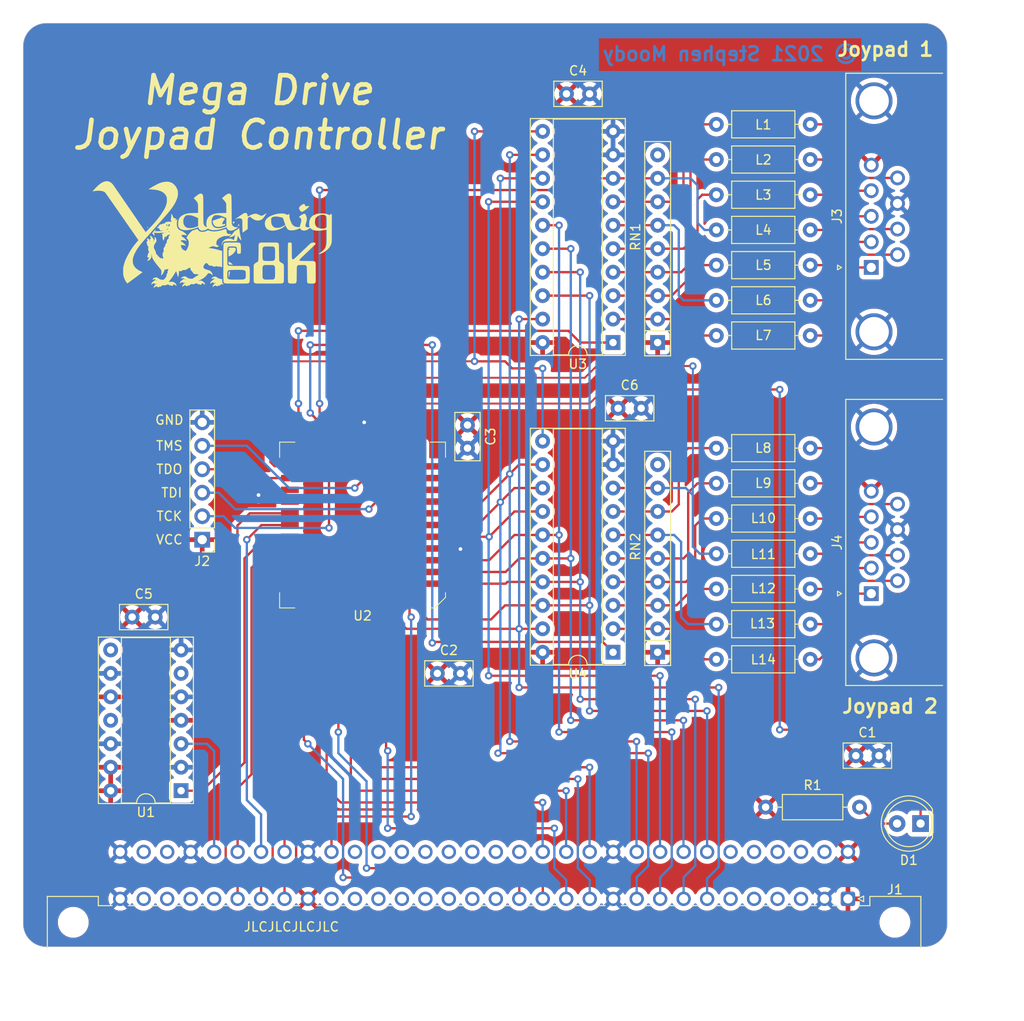
<source format=kicad_pcb>
(kicad_pcb (version 20221018) (generator pcbnew)
  (layers (0 "F.Cu" signal) (31 "B.Cu" signal) (34 "B.Paste" user) (35 "F.Paste" user) (36 "B.SilkS" user "B.Silkscreen") (37 "F.SilkS" user "F.Silkscreen") (38 "B.Mask" user) (39 "F.Mask" user) (44 "Edge.Cuts" user))
  (net 0 "")
  (net 1 "GND")
  (net 2 "+5V")
  (net 3 "Net-(D1-Pad2)")
  (net 4 "/LED")
  (net 5 "Net-(J1-PadC31)")
  (net 6 "Net-(J1-PadC30)")
  (net 7 "/~{DTACK}")
  (net 8 "/~{CS_DATA}")
  (net 9 "/~{RESET}")
  (net 10 "/~{UDS}")
  (net 11 "/CPU_CLK")
  (net 12 "Net-(J1-PadC22)")
  (net 13 "Net-(J1-PadC21)")
  (net 14 "Net-(J1-PadC20)")
  (net 15 "Net-(J1-PadC19)")
  (net 16 "Net-(J1-PadC18)")
  (net 17 "Net-(J1-PadC17)")
  (net 18 "Net-(J1-PadC16)")
  (net 19 "Net-(J1-PadC15)")
  (net 20 "/A6")
  (net 21 "/A4")
  (net 22 "/A2")
  (net 23 "/D7")
  (net 24 "/D5")
  (net 25 "/D3")
  (net 26 "/D1")
  (net 27 "Net-(J1-PadC6)")
  (net 28 "Net-(J1-PadC5)")
  (net 29 "Net-(J1-PadC4)")
  (net 30 "Net-(J1-PadC3)")
  (net 31 "Net-(J1-PadC2)")
  (net 32 "Net-(J1-PadA31)")
  (net 33 "Net-(J1-PadA30)")
  (net 34 "Net-(J1-PadA29)")
  (net 35 "Net-(J1-PadA28)")
  (net 36 "/~{CS_REG}")
  (net 37 "/R~{W}")
  (net 38 "/~{LDS}")
  (net 39 "Net-(J1-PadA23)")
  (net 40 "Net-(J1-PadA22)")
  (net 41 "Net-(J1-PadA21)")
  (net 42 "Net-(J1-PadA20)")
  (net 43 "Net-(J1-PadA19)")
  (net 44 "Net-(J1-PadA18)")
  (net 45 "Net-(J1-PadA17)")
  (net 46 "Net-(J1-PadA16)")
  (net 47 "/A7")
  (net 48 "/A5")
  (net 49 "/A3")
  (net 50 "/A1")
  (net 51 "/D6")
  (net 52 "/D4")
  (net 53 "/D2")
  (net 54 "/D0")
  (net 55 "Net-(J1-PadA6)")
  (net 56 "Net-(J1-PadA5)")
  (net 57 "Net-(J1-PadA4)")
  (net 58 "Net-(J1-PadA3)")
  (net 59 "Net-(J2-Pad5)")
  (net 60 "Net-(J2-Pad4)")
  (net 61 "Net-(J2-Pad3)")
  (net 62 "Net-(J2-Pad2)")
  (net 63 "Net-(J3-Pad9)")
  (net 64 "Net-(J3-Pad7)")
  (net 65 "Net-(J3-Pad6)")
  (net 66 "Net-(J3-Pad4)")
  (net 67 "Net-(J3-Pad3)")
  (net 68 "Net-(J3-Pad2)")
  (net 69 "Net-(J3-Pad1)")
  (net 70 "Net-(J4-Pad9)")
  (net 71 "Net-(J4-Pad7)")
  (net 72 "Net-(J4-Pad6)")
  (net 73 "Net-(J4-Pad4)")
  (net 74 "Net-(J4-Pad3)")
  (net 75 "Net-(J4-Pad2)")
  (net 76 "Net-(J4-Pad1)")
  (net 77 "Net-(L2-Pad1)")
  (net 78 "Net-(L3-Pad1)")
  (net 79 "Net-(L5-Pad1)")
  (net 80 "/JOY1SEL")
  (net 81 "Net-(L7-Pad1)")
  (net 82 "Net-(L8-Pad1)")
  (net 83 "Net-(L9-Pad1)")
  (net 84 "Net-(L12-Pad1)")
  (net 85 "Net-(L14-Pad1)")
  (net 86 "/JOY2SEL")
  (net 87 "Net-(RN1-Pad9)")
  (net 88 "Net-(RN2-Pad9)")
  (net 89 "/DATA_CLK")
  (net 90 "/~{JOY1OE}")
  (net 91 "/~{JOY2OE}")
  (net 92 "Net-(J1-PadC28)")
  (net 93 "Net-(L1-Pad1)")
  (net 94 "Net-(L6-Pad1)")
  (net 95 "Net-(L10-Pad1)")
  (net 96 "Net-(L13-Pad1)")
  (net 97 "Net-(U1-Pad6)")
  (net 98 "Net-(U1-Pad11)")
  (net 99 "Net-(U1-Pad8)")
  (net 100 "Net-(U2-Pad24)")
  (net 101 "Net-(U2-Pad22)")
  (net 102 "Net-(U2-Pad20)")
  (net 103 "Net-(U2-Pad18)")
  (net 104 "Net-(U2-Pad14)")
  (footprint "Capacitor_THT:C_Disc_D5.0mm_W2.5mm_P2.50mm" (layer "F.Cu") (at 158.79 57.658)
    (fp_text reference "C4")
    (fp_text value "100nF")
  )
  (footprint "Capacitor_THT:C_Disc_D5.0mm_W2.5mm_P2.50mm" (layer "F.Cu") (at 111.8 114.3)
    (fp_text reference "C5")
    (fp_text value "100nF")
  )
  (footprint "Capacitor_THT:C_Disc_D5.0mm_W2.5mm_P2.50mm" (layer "F.Cu") (at 164.378 91.694)
    (fp_text reference "C6")
    (fp_text value "100nF")
  )
  (footprint "Connector_Dsub:DSUB-9_Male_Horizontal_P2.77x2.84mm_EdgePinOffset4.94mm_Housed_MountingHolesOffset7.48mm" (layer "F.Cu") (at 191.77 76.454 90)
    (fp_text reference "J3")
    (fp_text value "Joystick 1")
  )
  (footprint "Connector_Dsub:DSUB-9_Male_Horizontal_P2.77x2.84mm_EdgePinOffset4.94mm_Housed_MountingHolesOffset7.48mm" (layer "F.Cu") (at 191.77 111.76 90)
    (fp_text reference "J4")
    (fp_text value "Joystick 2")
  )
  (footprint "Inductor_THT:L_Axial_L6.6mm_D2.7mm_P10.16mm_Horizontal_Vishay_IM-2" (layer "F.Cu") (at 175.006 64.77)
    (fp_text reference "L2")
    (fp_text value "1uH")
  )
  (footprint "Inductor_THT:L_Axial_L6.6mm_D2.7mm_P10.16mm_Horizontal_Vishay_IM-2" (layer "F.Cu") (at 175.006 72.39)
    (fp_text reference "L4")
    (fp_text value "1uH")
  )
  (footprint "Inductor_THT:L_Axial_L6.6mm_D2.7mm_P10.16mm_Horizontal_Vishay_IM-2" (layer "F.Cu") (at 175.006 76.2)
    (fp_text reference "L5")
    (fp_text value "1uH")
  )
  (footprint "Inductor_THT:L_Axial_L6.6mm_D2.7mm_P10.16mm_Horizontal_Vishay_IM-2" (layer "F.Cu") (at 175.006 83.82)
    (fp_text reference "L7")
    (fp_text value "1uH")
  )
  (footprint "Inductor_THT:L_Axial_L6.6mm_D2.7mm_P10.16mm_Horizontal_Vishay_IM-2" (layer "F.Cu") (at 175.006 96.012)
    (fp_text reference "L8")
    (fp_text value "1uH")
  )
  (footprint "Inductor_THT:L_Axial_L6.6mm_D2.7mm_P10.16mm_Horizontal_Vishay_IM-2" (layer "F.Cu") (at 175.006 99.822)
    (fp_text reference "L9")
    (fp_text value "1uH")
  )
  (footprint "Inductor_THT:L_Axial_L6.6mm_D2.7mm_P10.16mm_Horizontal_Vishay_IM-2" (layer "F.Cu") (at 175.006 103.632)
    (fp_text reference "L10")
    (fp_text value "1uH")
  )
  (footprint "Inductor_THT:L_Axial_L6.6mm_D2.7mm_P10.16mm_Horizontal_Vishay_IM-2" (layer "F.Cu") (at 175.006 107.442)
    (fp_text reference "L11")
    (fp_text value "1uH")
  )
  (footprint "Inductor_THT:L_Axial_L6.6mm_D2.7mm_P10.16mm_Horizontal_Vishay_IM-2" (layer "F.Cu") (at 175.006 111.252)
    (fp_text reference "L12")
    (fp_text value "1uH")
  )
  (footprint "Inductor_THT:L_Axial_L6.6mm_D2.7mm_P10.16mm_Horizontal_Vishay_IM-2" (layer "F.Cu") (at 175.006 115.062)
    (fp_text reference "L13")
    (fp_text value "1uH")
  )
  (footprint "Inductor_THT:L_Axial_L6.6mm_D2.7mm_P10.16mm_Horizontal_Vishay_IM-2" (layer "F.Cu") (at 175.006 118.872)
    (fp_text reference "L14")
    (fp_text value "1uH")
  )
  (footprint "Resistor_THT:R_Array_SIP9" (layer "F.Cu") (at 168.656 84.582 90)
    (fp_text reference "RN1")
    (fp_text value "10K")
  )
  (footprint "Resistor_THT:R_Array_SIP9" (layer "F.Cu") (at 168.656 118.11 90)
    (fp_text reference "RN2")
    (fp_text value "10K")
  )
  (footprint "Package_DIP:DIP-20_W7.62mm_Socket" (layer "F.Cu") (at 163.83 84.582 180)
    (fp_text reference "U3")
    (fp_text value "74LS574")
  )
  (footprint "Package_DIP:DIP-20_W7.62mm_Socket" (layer "F.Cu") (at 163.83 118.11 180)
    (fp_text reference "U4")
    (fp_text value "74LS574")
  )
  (footprint "Resistor_THT:R_Axial_DIN0207_L6.3mm_D2.5mm_P10.16mm_Horizontal" (layer "F.Cu") (at 180.34 134.874)
    (fp_text reference "R1")
    (fp_text value "330R")
  )
  (footprint "Package_LCC:PLCC-44" (layer "F.Cu") (at 136.73 104.334 180)
    (fp_text reference "U2")
    (fp_text value "XC9536PC44")
  )
  (footprint "Connector_PinHeader_2.54mm:PinHeader_1x06_P2.54mm_Vertical" (layer "F.Cu") (at 119.38 105.918 180)
    (fp_text reference "J2")
    (fp_text value "JTAG")
  )
  (footprint "Capacitor_THT:C_Disc_D5.0mm_W2.5mm_P2.50mm" (layer "F.Cu") (at 148.082 93.512 -90)
    (fp_text reference "C3")
    (fp_text value "100nF")
  )
  (footprint "Capacitor_THT:C_Disc_D5.0mm_W2.5mm_P2.50mm" (layer "F.Cu") (at 144.82 120.396)
    (fp_text reference "C2")
    (fp_text value "100nF")
  )
  (footprint "Capacitor_THT:C_Disc_D5.0mm_W2.5mm_P2.50mm" (layer "F.Cu") (at 190.1 129.3)
    (fp_text reference "C1")
    (fp_text value "100nF")
  )
  (footprint "LED_THT:LED_D5.0mm" (layer "F.Cu") (at 197.104 136.652 180)
    (fp_text reference "D1")
    (fp_text value "LED")
  )
  (footprint "Ddraig:DIN41612_C_2x32_Male_Horizontal_THT" (layer "F.Cu") (at 189.248 144.8 180)
    (fp_text reference "J1")
    (fp_text value "D68K_64PIN_BOARD")
  )
  (footprint "Package_DIP:DIP-14_W7.62mm_Socket" (layer "F.Cu") (at 117.094 133.096 180)
    (fp_text reference "U1")
    (fp_text value "74LS125")
  )
  (footprint "Inductor_THT:L_Axial_L6.6mm_D2.7mm_P10.16mm_Horizontal_Vishay_IM-2" (layer "F.Cu") (at 175.006 60.96)
    (fp_text reference "L1")
    (fp_text value "1uH")
  )
  (footprint "Ddraig:Ddraig68k-26mm" (layer "F.Cu") (at 120.65 72.644)
    (fp_text reference "G***" hide)
    (fp_text value "LOGO" hide)
  )
  (footprint "Inductor_THT:L_Axial_L6.6mm_D2.7mm_P10.16mm_Horizontal_Vishay_IM-2" (layer "F.Cu") (at 175.006 80.01)
    (fp_text reference "L6")
    (fp_text value "1uH")
  )
  (footprint "Inductor_THT:L_Axial_L6.6mm_D2.7mm_P10.16mm_Horizontal_Vishay_IM-2" (layer "F.Cu") (at 175.006 68.58)
    (fp_text reference "L3")
    (fp_text value "1uH")
  )
  (gr_line (start 197.5 50) (end 102.5 50) (stroke (width 0.05)) (layer "Edge.Cuts"))
  (gr_line (start 100 52.5) (end 100 147.5) (stroke (width 0.05)) (layer "Edge.Cuts"))
  (gr_line (start 102.5 150) (end 197.5 150) (stroke (width 0.05)) (layer "Edge.Cuts"))
  (gr_line (start 200 147.5) (end 200 52.5) (stroke (width 0.05)) (layer "Edge.Cuts"))
  (gr_arc (start 200 147.5) (mid 199.267767 149.267767) (end 197.5 150) (stroke (width 0.05)) (layer "Edge.Cuts"))
  (gr_arc (start 100 52.5) (mid 100.732233 50.732233) (end 102.5 50) (stroke (width 0.05)) (layer "Edge.Cuts"))
  (gr_arc (start 102.5 150) (mid 100.732233 149.267767) (end 100 147.5) (stroke (width 0.05)) (layer "Edge.Cuts"))
  (gr_arc (start 197.5 50) (mid 199.267767 50.732233) (end 200 52.5) (stroke (width 0.05)) (layer "Edge.Cuts"))
  (gr_text "© 2021 Stephen Moody" (at 176.53 53.34) (layer "B.Cu") (effects (font (size 1.5 1.5) (thickness 0.3)) (justify mirror)))
  (gr_text "Mega Drive\nJoypad Controller" (at 125.476 59.69) (layer "F.SilkS") (effects (font (size 3 3) (thickness 0.5) italic)))
  (gr_text "TCK" (at 115.824 103.378) (layer "F.SilkS") (effects (font (size 1 1))))
  (gr_text "TDO" (at 115.824 98.298) (layer "F.SilkS") (effects (font (size 1 1))))
  (gr_text "TDI" (at 116.078 100.838) (layer "F.SilkS") (effects (font (size 1 1))))
  (gr_text "GND" (at 115.824 92.964) (layer "F.SilkS") (effects (font (size 1 1))))
  (gr_text "VCC" (at 115.824 105.918) (layer "F.SilkS") (effects (font (size 1 1))))
  (gr_text "TMS" (at 115.824 95.758) (layer "F.SilkS") (effects (font (size 1 1))))
  (gr_text "Joypad 2" (at 193.802 123.952) (layer "F.SilkS") (effects (font (size 1.5 1.5) (thickness 0.3))))
  (gr_text "Joypad 1" (at 193.294 52.832) (layer "F.SilkS") (effects (font (size 1.5 1.5) (thickness 0.3))))
  (gr_text "JLCJLCJLCJLC" (at 129.032 147.828) (layer "F.SilkS") (effects (font (size 1 1))))
  (segment (start 136.73 96.4715) (end 136.73 93.394) (width 0.4) (layer "F.Cu") (net 1))
  (segment (start 126.044 100.524) (end 125.476 101.092) (width 0.4) (layer "F.Cu") (net 1))
  (segment (start 147.26 106.874) (end 147.32 106.934) (width 0.4) (layer "F.Cu") (net 1))
  (segment (start 128.8675 100.524) (end 126.044 100.524) (width 0.4) (layer "F.Cu") (net 1))
  (segment (start 144.5925 106.874) (end 147.26 106.874) (width 0.4) (layer "F.Cu") (net 1))
  (segment (start 136.73 93.394) (end 136.906 93.218) (width 0.4) (layer "F.Cu") (net 1))
  (via (at 147.32 106.934) (size 0.8) (drill 0.4) (layers "F.Cu" "B.Cu") (net 1))
  (via (at 125.476 101.092) (size 0.8) (drill 0.4) (layers "F.Cu" "B.Cu") (net 1))
  (via (at 136.906 93.218) (size 0.8) (drill 0.4) (layers "F.Cu" "B.Cu") (net 1))
  (segment (start 192.278 136.652) (end 194.564 136.652) (width 0.25) (layer "F.Cu") (net 3))
  (segment (start 190.5 134.874) (end 192.278 136.652) (width 0.25) (layer "F.Cu") (net 3))
  (segment (start 162.052 90.424) (end 162.813996 89.662004) (width 0.21) (layer "F.Cu") (net 4))
  (segment (start 161.29 91.186) (end 142.904 91.186) (width 0.21) (layer "F.Cu") (net 4))
  (segment (start 162.813996 89.662004) (end 181.864 89.662004) (width 0.25) (layer "F.Cu") (net 4))
  (segment (start 142.904 91.186) (end 141.81 92.28) (width 0.21) (layer "F.Cu") (net 4))
  (segment (start 197.104 128.524) (end 197.104 136.652) (width 0.25) (layer "F.Cu") (net 4))
  (segment (start 195.072 126.492) (end 197.104 128.524) (width 0.25) (layer "F.Cu") (net 4))
  (segment (start 181.864 126.492) (end 195.072 126.492) (width 0.25) (layer "F.Cu") (net 4))
  (segment (start 162.052 90.424) (end 161.29 91.186) (width 0.21) (layer "F.Cu") (net 4))
  (segment (start 141.81 96.4715) (end 141.81 92.28) (width 0.25) (layer "F.Cu") (net 4))
  (via (at 181.864 89.662004) (size 0.8) (drill 0.4) (layers "F.Cu" "B.Cu") (net 4))
  (via (at 181.864 126.492) (size 0.8) (drill 0.4) (layers "F.Cu" "B.Cu") (net 4))
  (segment (start 181.864 126.492) (end 181.864 89.662004) (width 0.25) (layer "B.Cu") (net 4))
  (segment (start 128.8675 103.064) (end 124.52 103.064) (width 0.25) (layer "F.Cu") (net 7))
  (segment (start 119.38 133.096) (end 117.094 133.096) (width 0.25) (layer "F.Cu") (net 7))
  (segment (start 123.19 129.286) (end 119.38 133.096) (width 0.25) (layer "F.Cu") (net 7))
  (segment (start 123.19 104.394) (end 123.19 129.286) (width 0.25) (layer "F.Cu") (net 7))
  (segment (start 124.52 103.064) (end 123.19 104.394) (width 0.25) (layer "F.Cu") (net 7))
  (segment (start 126.806 106.874) (end 124.714 108.966) (width 0.25) (layer "F.Cu") (net 8))
  (segment (start 128.8675 106.874) (end 126.806 106.874) (width 0.25) (layer "F.Cu") (net 8))
  (segment (start 123.208 132.824) (end 123.208 139.72) (width 0.25) (layer "F.Cu") (net 8))
  (segment (start 124.714 131.318) (end 123.208 132.824) (width 0.25) (layer "F.Cu") (net 8))
  (segment (start 124.714 108.966) (end 124.714 131.318) (width 0.25) (layer "F.Cu") (net 8))
  (segment (start 128.8675 104.334) (end 125.79 104.334) (width 0.25) (layer "F.Cu") (net 9))
  (segment (start 125.79 104.334) (end 124.206 105.918) (width 0.25) (layer "F.Cu") (net 9))
  (via (at 124.206 105.918) (size 0.8) (drill 0.4) (layers "F.Cu" "B.Cu") (net 9))
  (segment (start 125.748 139.72) (end 125.748 135.654) (width 0.25) (layer "B.Cu") (net 9))
  (segment (start 124.206 134.112) (end 124.206 105.918) (width 0.25) (layer "B.Cu") (net 9))
  (segment (start 125.748 135.654) (end 124.206 134.112) (width 0.25) (layer "B.Cu") (net 9))
  (segment (start 127.314 109.414) (end 128.8675 109.414) (width 0.25) (layer "F.Cu") (net 10))
  (segment (start 128.288 139.72) (end 128.288 132.352) (width 0.25) (layer "F.Cu") (net 10))
  (segment (start 126.238 110.49) (end 127.314 109.414) (width 0.25) (layer "F.Cu") (net 10))
  (segment (start 126.238 130.302) (end 126.238 110.49) (width 0.25) (layer "F.Cu") (net 10))
  (segment (start 128.288 132.352) (end 126.238 130.302) (width 0.25) (layer "F.Cu") (net 10))
  (segment (start 141.81 114.124) (end 141.986 114.3) (width 0.25) (layer "F.Cu") (net 11))
  (segment (start 133.604 135.89) (end 133.368 136.126) (width 0.25) (layer "F.Cu") (net 11))
  (segment (start 133.368 136.126) (end 133.368 139.72) (width 0.25) (layer "F.Cu") (net 11))
  (segment (start 141.81 112.1965) (end 141.81 114.124) (width 0.25) (layer "F.Cu") (net 11))
  (segment (start 141.986 135.89) (end 133.604 135.89) (width 0.25) (layer "F.Cu") (net 11))
  (via (at 141.986 135.89) (size 0.8) (drill 0.4) (layers "F.Cu" "B.Cu") (net 11))
  (via (at 141.986 114.3) (size 0.8) (drill 0.4) (layers "F.Cu" "B.Cu") (net 11))
  (segment (start 141.986 114.3) (end 141.986 135.89) (width 0.25) (layer "B.Cu") (net 11))
  (segment (start 132.842 132.842) (end 134.366 134.366) (width 0.25) (layer "F.Cu") (net 20))
  (segment (start 132.842 113.487) (end 132.842 132.842) (width 0.25) (layer "F.Cu") (net 20))
  (segment (start 132.92 113.409) (end 132.842 113.487) (width 0.25) (layer "F.Cu") (net 20))
  (segment (start 132.92 112.1965) (end 132.92 113.409) (width 0.25) (layer "F.Cu") (net 20))
  (segment (start 134.366 134.366) (end 156.21 134.366) (width 0.25) (layer "F.Cu") (net 20))
  (via (at 156.21 134.366) (size 0.8) (drill 0.4) (layers "F.Cu" "B.Cu") (net 20))
  (segment (start 156.21 139.702) (end 156.228 139.72) (width 0.25) (layer "B.Cu") (net 20))
  (segment (start 156.21 134.366) (end 156.21 139.702) (width 0.25) (layer "B.Cu") (net 20))
  (segment (start 135.89 133.096) (end 158.75 133.096) (width 0.25) (layer "F.Cu") (net 21))
  (segment (start 135.46 112.1965) (end 135.46 132.666) (width 0.25) (layer "F.Cu") (net 21))
  (segment (start 135.46 132.666) (end 135.89 133.096) (width 0.25) (layer "F.Cu") (net 21))
  (via (at 158.75 133.096) (size 0.8) (drill 0.4) (layers "F.Cu" "B.Cu") (net 21))
  (segment (start 158.75 133.096) (end 158.75 139.702) (width 0.25) (layer "B.Cu") (net 21))
  (segment (start 158.75 139.702) (end 158.768 139.72) (width 0.25) (layer "B.Cu") (net 21))
  (segment (start 138 130.126) (end 138.43 130.556) (width 0.25) (layer "F.Cu") (net 22))
  (segment (start 138 112.1965) (end 138 130.126) (width 0.25) (layer "F.Cu") (net 22))
  (segment (start 138.43 130.556) (end 161.29 130.556) (width 0.25) (layer "F.Cu") (net 22))
  (via (at 161.29 130.556) (size 0.8) (drill 0.4) (layers "F.Cu" "B.Cu") (net 22))
  (segment (start 161.29 130.556) (end 161.29 139.702) (width 0.25) (layer "B.Cu") (net 22))
  (segment (start 161.29 139.702) (end 161.308 139.72) (width 0.25) (layer "B.Cu") (net 22))
  (segment (start 152.654 98.806) (end 153.67 97.79) (width 0.25) (layer "F.Cu") (net 23))
  (segment (start 148.396 103.064) (end 152.654 98.806) (width 0.25) (layer "F.Cu") (net 23))
  (segment (start 156.21 97.79) (end 154.432 97.79) (width 0.25) (layer "F.Cu") (net 23))
  (segment (start 144.5925 103.064) (end 148.396 103.064) (width 0.25) (layer "F.Cu") (net 23))
  (segment (start 152.654 64.262) (end 154.94 64.262) (width 0.25) (layer "F.Cu") (net 23))
  (segment (start 166.37 127.762) (end 152.654 127.762) (width 0.25) (layer "F.Cu") (net 23))
  (segment (start 153.67 97.79) (end 154.432 97.79) (width 0.25) (layer "F.Cu") (net 23))
  (segment (start 154.94 64.262) (end 156.21 64.262) (width 0.25) (layer "F.Cu") (net 23))
  (via (at 152.654 64.262) (size 0.8) (drill 0.4) (layers "F.Cu" "B.Cu") (net 23))
  (via (at 166.37 127.762) (size 0.8) (drill 0.4) (layers "F.Cu" "B.Cu") (net 23))
  (via (at 152.654 98.806) (size 0.8) (drill 0.4) (layers "F.Cu" "B.Cu") (net 23))
  (via (at 152.654 127.762) (size 0.8) (drill 0.4) (layers "F.Cu" "B.Cu") (net 23))
  (segment (start 166.37 139.702) (end 166.388 139.72) (width 0.25) (layer "B.Cu") (net 23))
  (segment (start 152.654 99.822) (end 152.654 64.262) (width 0.25) (layer "B.Cu") (net 23))
  (segment (start 152.654 99.822) (end 152.654 98.806) (width 0.25) (layer "B.Cu") (net 23))
  (segment (start 152.654 99.822) (end 152.654 127.762) (width 0.25) (layer "B.Cu") (net 23))
  (segment (start 166.37 127.762) (end 166.37 139.702) (width 0.25) (layer "B.Cu") (net 23))
  (segment (start 150.368 120.65) (end 168.91 120.65) (width 0.25) (layer "F.Cu") (net 24))
  (segment (start 151.384 104.648) (end 153.162 102.87) (width 0.25) (layer "F.Cu") (net 24))
  (segment (start 153.162 102.87) (end 156.21 102.87) (width 0.25) (layer "F.Cu") (net 24))
  (segment (start 150.428 105.604) (end 151.384 104.648) (width 0.25) (layer "F.Cu") (net 24))
  (segment (start 144.5925 105.604) (end 150.428 105.604) (width 0.25) (layer "F.Cu") (net 24))
  (segment (start 156.21 69.342) (end 152.146 69.342) (width 0.25) (layer "F.Cu") (net 24))
  (segment (start 150.368 69.342) (end 152.146 69.342) (width 0.25) (layer "F.Cu") (net 24))
  (via (at 168.91 120.65) (size 0.8) (drill 0.4) (layers "F.Cu" "B.Cu") (net 24))
  (via (at 150.428 105.604) (size 0.8) (drill 0.4) (layers "F.Cu" "B.Cu") (net 24))
  (via (at 150.368 120.65) (size 0.8) (drill 0.4) (layers "F.Cu" "B.Cu") (net 24))
  (via (at 150.368 69.342) (size 0.8) (drill 0.4) (layers "F.Cu" "B.Cu") (net 24))
  (segment (start 150.368 111.252) (end 150.368 106.172) (width 0.25) (layer "B.Cu") (net 24))
  (segment (start 168.91 139.702) (end 168.928 139.72) (width 0.25) (layer "B.Cu") (net 24))
  (segment (start 150.368 105.664) (end 150.428 105.604) (width 0.25) (layer "B.Cu") (net 24))
  (segment (start 150.368 106.172) (end 150.368 105.664) (width 0.25) (layer "B.Cu") (net 24))
  (segment (start 150.368 111.252) (end 150.368 120.65) (width 0.25) (layer "B.Cu") (net 24))
  (segment (start 150.368 106.172) (end 150.368 69.342) (width 0.25) (layer "B.Cu") (net 24))
  (segment (start 168.91 120.65) (end 168.91 139.702) (width 0.25) (layer "B.Cu") (net 24))
  (segment (start 156.21 74.422) (end 159.258 74.422) (width 0.25) (layer "F.Cu") (net 25))
  (segment (start 159.258 107.95) (end 156.21 107.95) (width 0.25) (layer "F.Cu") (net 25))
  (segment (start 152.206 109.414) (end 153.67 107.95) (width 0.25) (layer "F.Cu") (net 25))
  (segment (start 153.67 107.95) (end 156.21 107.95) (width 0.25) (layer "F.Cu") (net 25))
  (segment (start 159.258 125.476) (end 171.45 125.476) (width 0.25) (layer "F.Cu") (net 25))
  (segment (start 144.5925 109.414) (end 152.206 109.414) (width 0.25) (layer "F.Cu") (net 25))
  (via (at 159.258 74.422) (size 0.8) (drill 0.4) (layers "F.Cu" "B.Cu") (net 25))
  (via (at 171.45 125.476) (size 0.8) (drill 0.4) (layers "F.Cu" "B.Cu") (net 25))
  (via (at 159.258 125.476) (size 0.8) (drill 0.4) (layers "F.Cu" "B.Cu") (net 25))
  (via (at 159.258 107.95) (size 0.8) (drill 0.4) (layers "F.Cu" "B.Cu") (net 25))
  (segment (start 159.258 106.172) (end 159.258 125.476) (width 0.25) (layer "B.Cu") (net 25))
  (segment (start 159.258 74.422) (end 159.258 106.172) (width 0.25) (layer "B.Cu") (net 25))
  (segment (start 171.45 125.476) (end 171.45 139.702) (width 0.25) (layer "B.Cu") (net 25))
  (segment (start 171.45 139.702) (end 171.468 139.72) (width 0.25) (layer "B.Cu") (net 25))
  (segment (start 159.258 106.172) (end 159.258 107.95) (width 0.25) (layer "B.Cu") (net 25))
  (segment (start 143.08 112.1965) (end 143.08 113.87) (width 0.25) (layer "F.Cu") (net 26))
  (segment (start 143.08 113.87) (end 143.764 114.554) (width 0.25) (layer "F.Cu") (net 26))
  (segment (start 143.764 114.554) (end 150.622 114.554) (width 0.25) (layer "F.Cu") (net 26))
  (segment (start 161.289998 124.46) (end 173.99 124.46) (width 0.25) (layer "F.Cu") (net 26))
  (segment (start 150.622 114.554) (end 152.146 113.03) (width 0.25) (layer "F.Cu") (net 26))
  (segment (start 161.29 113.03) (end 156.21 113.03) (width 0.25) (layer "F.Cu") (net 26))
  (segment (start 152.146 113.03) (end 156.21 113.03) (width 0.25) (layer "F.Cu") (net 26))
  (segment (start 156.21 79.502) (end 161.29 79.502) (width 0.25) (layer "F.Cu") (net 26))
  (via (at 161.289998 124.46) (size 0.8) (drill 0.4) (layers "F.Cu" "B.Cu") (net 26))
  (via (at 161.29 79.502) (size 0.8) (drill 0.4) (layers "F.Cu" "B.Cu") (net 26))
  (via (at 173.99 124.46) (size 0.8) (drill 0.4) (layers "F.Cu" "B.Cu") (net 26))
  (via (at 161.29 113.03) (size 0.8) (drill 0.4) (layers "F.Cu" "B.Cu") (net 26))
  (segment (start 161.29 113.03) (end 161.29 124.460002) (width 0.25) (layer "B.Cu") (net 26))
  (segment (start 174.008 139.72) (end 174.008 124.478) (width 0.25) (layer "B.Cu") (net 26))
  (segment (start 161.29 79.502) (end 161.29 113.03) (width 0.25) (layer "B.Cu") (net 26))
  (segment (start 161.29 124.460002) (end 161.289998 124.46) (width 0.25) (layer "B.Cu") (net 26))
  (segment (start 174.008 124.478) (end 173.99 124.46) (width 0.25) (layer "B.Cu") (net 26))
  (segment (start 121.92 141.224) (end 123.208 142.512) (width 0.25) (layer "F.Cu") (net 36))
  (segment (start 123.208 142.512) (end 123.208 144.8) (width 0.25) (layer "F.Cu") (net 36))
  (segment (start 123.952 130.048) (end 121.92 132.08) (width 0.25) (layer "F.Cu") (net 36))
  (segment (start 128.8675 105.604) (end 126.298 105.604) (width 0.25) (layer "F.Cu") (net 36))
  (segment (start 123.952 107.95) (end 123.952 130.048) (width 0.25) (layer "F.Cu") (net 36))
  (segment (start 126.298 105.604) (end 123.952 107.95) (width 0.25) (layer "F.Cu") (net 36))
  (segment (start 121.92 132.08) (end 121.92 141.224) (width 0.25) (layer "F.Cu") (net 36))
  (segment (start 127 132.588) (end 127 141.224) (width 0.25) (layer "F.Cu") (net 37))
  (segment (start 127 141.224) (end 125.748 142.476) (width 0.25) (layer "F.Cu") (net 37))
  (segment (start 125.748 142.476) (end 125.748 144.8) (width 0.25) (layer "F.Cu") (net 37))
  (segment (start 128.8675 108.144) (end 127.06 108.144) (width 0.25) (layer "F.Cu") (net 37))
  (segment (start 125.476 131.064) (end 127 132.588) (width 0.25) (layer "F.Cu") (net 37))
  (segment (start 125.476 109.728) (end 125.476 131.064) (width 0.25) (layer "F.Cu") (net 37))
  (segment (start 127.06 108.144) (end 125.476 109.728) (width 0.25) (layer "F.Cu") (net 37))
  (segment (start 128.288 142.476) (end 128.288 144.8) (width 0.25) (layer "F.Cu") (net 38))
  (segment (start 129.54 132.08) (end 129.54 141.224) (width 0.25) (layer "F.Cu") (net 38))
  (segment (start 128.8675 110.684) (end 127.568 110.684) (width 0.25) (layer "F.Cu") (net 38))
  (segment (start 127.568 110.684) (end 127 111.252) (width 0.25) (layer "F.Cu") (net 38))
  (segment (start 127 111.252) (end 127 129.54) (width 0.25) (layer "F.Cu") (net 38))
  (segment (start 129.54 141.224) (end 128.288 142.476) (width 0.25) (layer "F.Cu") (net 38))
  (segment (start 127 129.54) (end 129.54 132.08) (width 0.25) (layer "F.Cu") (net 38))
  (segment (start 153.688 143.274) (end 152.908 142.494) (width 0.25) (layer "F.Cu") (net 47))
  (segment (start 130.81 128.016) (end 130.38 127.586) (width 0.25) (layer "F.Cu") (net 47))
  (segment (start 130.38 127.586) (end 130.38 112.1965) (width 0.25) (layer "F.Cu") (net 47))
  (segment (start 152.908 142.494) (end 134.62 142.494) (width 0.25) (layer "F.Cu") (net 47))
  (segment (start 153.688 144.8) (end 153.688 143.274) (width 0.25) (layer "F.Cu") (net 47))
  (via (at 134.62 142.494) (size 0.8) (drill 0.4) (layers "F.Cu" "B.Cu") (net 47))
  (via (at 130.81 128.016) (size 0.8) (drill 0.4) (layers "F.Cu" "B.Cu") (net 47))
  (segment (start 134.62 142.494) (end 134.62 131.826) (width 0.25) (layer "B.Cu") (net 47))
  (segment (start 134.62 131.826) (end 130.81 128.016) (width 0.25) (layer "B.Cu") (net 47))
  (segment (start 156.228 144.8) (end 156.228 143.02) (width 0.25) (layer "F.Cu") (net 48))
  (segment (start 134.19 118.032) (end 134.112 118.11) (width 0.25) (layer "F.Cu") (net 48))
  (segment (start 154.94 141.732) (end 138.43 141.732) (width 0.25) (layer "F.Cu") (net 48))
  (segment (start 138.176 141.478) (end 137.16 141.478) (width 0.25) (layer "F.Cu") (net 48))
  (segment (start 134.19 112.1965) (end 134.19 118.032) (width 0.25) (layer "F.Cu") (net 48))
  (segment (start 134.112 118.11) (end 134.112 117.856) (width 0.25) (layer "F.Cu") (net 48))
  (segment (start 134.112 126.746) (end 134.112 118.11) (width 0.25) (layer "F.Cu") (net 48))
  (segment (start 138.43 141.732) (end 138.176 141.478) (width 0.25) (layer "F.Cu") (net 48))
  (segment (start 156.228 143.02) (end 154.94 141.732) (width 0.25) (layer "F.Cu") (net 48))
  (via (at 134.112 126.746) (size 0.8) (drill 0.4) (layers "F.Cu" "B.Cu") (net 48))
  (via (at 137.16 141.478) (size 0.8) (drill 0.4) (layers "F.Cu" "B.Cu") (net 48))
  (segment (start 134.112 129.032) (end 134.112 126.746) (width 0.25) (layer "B.Cu") (net 48))
  (segment (start 137.16 132.08) (end 134.112 129.032) (width 0.25) (layer "B.Cu") (net 48))
  (segment (start 137.16 141.478) (end 137.16 132.08) (width 0.25) (layer "B.Cu") (net 48))
  (segment (start 139.446 137.16) (end 157.48 137.16) (width 0.25) (layer "F.Cu") (net 49))
  (segment (start 139.27 112.1965) (end 139.27 128.602) (width 0.25) (layer "F.Cu") (net 49))
  (segment (start 139.27 128.602) (end 139.446 128.778) (width 0.25) (layer "F.Cu") (net 49))
  (via (at 139.446 137.16) (size 0.8) (drill 0.4) (layers "F.Cu" "B.Cu") (net 49))
  (via (at 157.48 137.16) (size 0.8) (drill 0.4) (layers "F.Cu" "B.Cu") (net 49))
  (via (at 139.446 128.778) (size 0.8) (drill 0.4) (layers "F.Cu" "B.Cu") (net 49))
  (segment (start 157.48 137.16) (end 157.48 141.478) (width 0.25) (layer "B.Cu") (net 49))
  (segment (start 139.446 128.778) (end 139.446 137.16) (width 0.25) (layer "B.Cu") (net 49))
  (segment (start 158.768 142.766) (end 158.768 144.8) (width 0.25) (layer "B.Cu") (net 49))
  (segment (start 157.48 141.478) (end 158.768 142.766) (width 0.25) (layer "B.Cu") (net 49))
  (segment (start 136.73 130.634) (end 137.922 131.826) (width 0.25) (layer "F.Cu") (net 50))
  (segment (start 136.73 112.1965) (end 136.73 130.634) (width 0.25) (layer "F.Cu") (net 50))
  (segment (start 137.922 131.826) (end 160.02 131.826) (width 0.25) (layer "F.Cu") (net 50))
  (via (at 160.02 131.826) (size 0.8) (drill 0.4) (layers "F.Cu" "B.Cu") (net 50))
  (segment (start 161.308 143.274) (end 161.308 144.8) (width 0.25) (layer "B.Cu") (net 50))
  (segment (start 161.308 143.274) (end 161.308 142.766) (width 0.25) (layer "B.Cu") (net 50))
  (segment (start 160.02 141.478) (end 160.02 131.826) (width 0.25) (layer "B.Cu") (net 50))
  (segment (start 161.308 142.766) (end 160.02 141.478) (width 0.25) (layer "B.Cu") (net 50))
  (segment (start 151.384 129.032) (end 167.64 129.032) (width 0.25) (layer "F.Cu") (net 51))
  (segment (start 149.158 104.334) (end 151.638 101.854) (width 0.25) (layer "F.Cu") (net 51))
  (segment (start 153.162 100.33) (end 156.21 100.33) (width 0.25) (layer "F.Cu") (net 51))
  (segment (start 151.638 66.802) (end 153.67 66.802) (width 0.25) (layer "F.Cu") (net 51))
  (segment (start 144.5925 104.334) (end 149.158 104.334) (width 0.25) (layer "F.Cu") (net 51))
  (segment (start 152.908 100.584) (end 153.162 100.33) (width 0.25) (layer "F.Cu") (net 51))
  (segment (start 151.638 101.854) (end 152.908 100.584) (width 0.25) (layer "F.Cu") (net 51))
  (segment (start 156.21 66.802) (end 153.67 66.802) (width 0.25) (layer "F.Cu") (net 51))
  (via (at 151.384 129.032) (size 0.8) (drill 0.4) (layers "F.Cu" "B.Cu") (net 51))
  (via (at 151.638 66.802) (size 0.8) (drill 0.4) (layers "F.Cu" "B.Cu") (net 51))
  (via (at 167.64 129.032) (size 0.8) (drill 0.4) (layers "F.Cu" "B.Cu") (net 51))
  (via (at 151.638 101.854) (size 0.8) (drill 0.4) (layers "F.Cu" "B.Cu") (net 51))
  (segment (start 151.638 102.616) (end 151.638 66.802) (width 0.25) (layer "B.Cu") (net 51))
  (segment (start 151.638 112.268) (end 151.638 128.778) (width 0.25) (layer "B.Cu") (net 51))
  (segment (start 167.64 141.224) (end 167.64 129.032) (width 0.25) (layer "B.Cu") (net 51))
  (segment (start 151.638 112.268) (end 151.638 102.616) (width 0.25) (layer "B.Cu") (net 51))
  (segment (start 166.388 144.8) (end 166.388 142.476) (width 0.25) (layer "B.Cu") (net 51))
  (segment (start 166.388 142.476) (end 167.64 141.224) (width 0.25) (layer "B.Cu") (net 51))
  (segment (start 151.638 102.616) (end 151.638 101.854) (width 0.25) (layer "B.Cu") (net 51))
  (segment (start 151.638 128.778) (end 151.384 129.032) (width 0.25) (layer "B.Cu") (net 51))
  (segment (start 157.988 126.746) (end 170.18 126.746) (width 0.25) (layer "F.Cu") (net 52))
  (segment (start 150.428 108.144) (end 153.162 105.41) (width 0.25) (layer "F.Cu") (net 52))
  (segment (start 144.5925 108.144) (end 150.428 108.144) (width 0.25) (layer "F.Cu") (net 52))
  (segment (start 156.21 105.41) (end 157.988 105.41) (width 0.25) (layer "F.Cu") (net 52))
  (segment (start 157.988 71.882) (end 156.21 71.882) (width 0.25) (layer "F.Cu") (net 52))
  (segment (start 153.162 105.41) (end 156.21 105.41) (width 0.25) (layer "F.Cu") (net 52))
  (via (at 157.988 126.746) (size 0.8) (drill 0.4) (layers "F.Cu" "B.Cu") (net 52))
  (via (at 170.18 126.746) (size 0.8) (drill 0.4) (layers "F.Cu" "B.Cu") (net 52))
  (via (at 157.988 105.41) (size 0.8) (drill 0.4) (layers "F.Cu" "B.Cu") (net 52))
  (via (at 157.988 71.882) (size 0.8) (drill 0.4) (layers "F.Cu" "B.Cu") (net 52))
  (segment (start 157.988 105.41) (end 157.988 71.882) (width 0.25) (layer "B.Cu") (net 52))
  (segment (start 157.988 105.41) (end 157.988 126.746) (width 0.25) (layer "B.Cu") (net 52))
  (segment (start 168.928 142.476) (end 170.18 141.224) (width 0.25) (layer "B.Cu") (net 52))
  (segment (start 170.18 141.224) (end 170.18 126.746) (width 0.25) (layer "B.Cu") (net 52))
  (segment (start 168.928 144.8) (end 168.928 142.476) (width 0.25) (layer "B.Cu") (net 52))
  (segment (start 144.5925 110.684) (end 152.206 110.684) (width 0.25) (layer "F.Cu") (net 53))
  (segment (start 160.274004 123.19) (end 172.719994 123.19) (width 0.25) (layer "F.Cu") (net 53))
  (segment (start 156.21 110.49) (end 160.274 110.49) (width 0.25) (layer "F.Cu") (net 53))
  (segment (start 160.274 76.962) (end 156.21 76.962) (width 0.25) (layer "F.Cu") (net 53))
  (segment (start 152.206 110.684) (end 152.4 110.49) (width 0.25) (layer "F.Cu") (net 53))
  (segment (start 152.4 110.49) (end 156.21 110.49) (width 0.25) (layer "F.Cu") (net 53))
  (via (at 160.274 110.49) (size 0.8) (drill 0.4) (layers "F.Cu" "B.Cu") (net 53))
  (via (at 172.719994 123.19) (size 0.8) (drill 0.4) (layers "F.Cu" "B.Cu") (net 53))
  (via (at 160.274004 123.19) (size 0.8) (drill 0.4) (layers "F.Cu" "B.Cu") (net 53))
  (via (at 160.274 76.962) (size 0.8) (drill 0.4) (layers "F.Cu" "B.Cu") (net 53))
  (segment (start 172.719994 141.224006) (end 172.719994 123.19) (width 0.25) (layer "B.Cu") (net 53))
  (segment (start 160.274 123.189996) (end 160.274004 123.19) (width 0.25) (layer "B.Cu") (net 53))
  (segment (start 171.468 144.8) (end 171.468 142.476) (width 0.25) (layer "B.Cu") (net 53))
  (segment (start 160.274 109.982) (end 160.274 123.189996) (width 0.25) (layer "B.Cu") (net 53))
  (segment (start 171.468 142.476) (end 172.719994 141.224006) (width 0.25) (layer "B.Cu") (net 53))
  (segment (start 160.274 110.49) (end 160.274 109.982) (width 0.25) (layer "B.Cu") (net 53))
  (segment (start 160.274 109.982) (end 160.274 76.962) (width 0.25) (layer "B.Cu") (net 53))
  (segment (start 153.67 115.57) (end 156.21 115.57) (width 0.25) (layer "F.Cu") (net 54))
  (segment (start 153.67 121.919996) (end 175.259996 121.919996) (width 0.25) (layer "F.Cu") (net 54))
  (segment (start 175.259996 121.919996) (end 175.26 121.92) (width 0.25) (layer "F.Cu") (net 54))
  (segment (start 152.654 115.57) (end 153.67 115.57) (width 0.25) (layer "F.Cu") (net 54))
  (segment (start 140.54 114.632) (end 141.478 115.57) (width 0.25) (layer "F.Cu") (net 54))
  (segment (start 141.478 115.57) (end 152.654 115.57) (width 0.25) (layer "F.Cu") (net 54))
  (segment (start 140.54 112.1965) (end 140.54 114.632) (width 0.25) (layer "F.Cu") (net 54))
  (segment (start 153.67 82.042) (end 156.21 82.042) (width 0.25) (layer "F.Cu") (net 54))
  (via (at 153.67 115.57) (size 0.8) (drill 0.4) (layers "F.Cu" "B.Cu") (net 54))
  (via (at 153.67 121.919996) (size 0.8) (drill 0.4) (layers "F.Cu" "B.Cu") (net 54))
  (via (at 175.26 121.92) (size 0.8) (drill 0.4) (layers "F.Cu" "B.Cu") (net 54))
  (via (at 153.67 82.042) (size 0.8) (drill 0.4) (layers "F.Cu" "B.Cu") (net 54))
  (segment (start 153.67 116.332) (end 153.67 82.042) (width 0.25) (layer "B.Cu") (net 54))
  (segment (start 153.67 121.919996) (end 153.67 116.332) (width 0.25) (layer "B.Cu") (net 54))
  (segment (start 153.67 116.332) (end 153.67 115.57) (width 0.25) (layer "B.Cu") (net 54))
  (segment (start 175.26 121.92) (end 175.26 141.351) (width 0.25) (layer "B.Cu") (net 54))
  (segment (start 175.26 141.351) (end 174.008 142.603) (width 0.25) (layer "B.Cu") (net 54))
  (segment (start 174.008 142.603) (end 174.008 144.8) (width 0.25) (layer "B.Cu") (net 54))
  (segment (start 136.966006 99.254) (end 135.89 100.330006) (width 0.25) (layer "F.Cu") (net 59))
  (segment (start 144.5925 99.254) (end 136.966006 99.254) (width 0.25) (layer "F.Cu") (net 59))
  (via (at 135.89 100.330006) (size 0.8) (drill 0.4) (layers "F.Cu" "B.Cu") (net 59))
  (segment (start 124.206 95.758) (end 128.778006 100.330006) (width 0.25) (layer "B.Cu") (net 59))
  (segment (start 128.778006 100.330006) (end 135.89 100.330006) (width 0.25) (layer "B.Cu") (net 59))
  (segment (start 119.38 95.758) (end 124.206 95.758) (width 0.25) (layer "B.Cu") (net 59))
  (segment (start 128.8675 99.254) (end 123.892 99.254) (width 0.25) (layer "F.Cu") (net 60))
  (segment (start 123.892 99.254) (end 122.936 98.298) (width 0.25) (layer "F.Cu") (net 60))
  (segment (start 122.936 98.298) (end 119.38 98.298) (width 0.25) (layer "F.Cu") (net 60))
  (segment (start 139.506 100.524) (end 137.414 102.616) (width 0.25) (layer "F.Cu") (net 61))
  (segment (start 144.5925 100.524) (end 139.506 100.524) (width 0.25) (layer "F.Cu") (net 61))
  (via (at 137.414 102.616) (size 0.8) (drill 0.4) (layers "F.Cu" "B.Cu") (net 61))
  (segment (start 121.158 100.838) (end 119.38 100.838) (width 0.25) (layer "B.Cu") (net 61))
  (segment (start 137.414 102.616) (end 122.936 102.616) (width 0.25) (layer "B.Cu") (net 61))
  (segment (start 122.936 102.616) (end 121.158 100.838) (width 0.25) (layer "B.Cu") (net 61))
  (segment (start 144.5925 97.984) (end 133.664 97.984) (width 0.25) (layer "F.Cu") (net 62))
  (segment (start 133.096 98.552) (end 133.096 104.648) (width 0.25) (layer "F.Cu") (net 62))
  (segment (start 133.664 97.984) (end 133.096 98.552) (width 0.25) (layer "F.Cu") (net 62))
  (via (at 133.096 104.648) (size 0.8) (drill 0.4) (layers "F.Cu" "B.Cu") (net 62))
  (segment (start 122.936 104.648) (end 121.666 103.378) (width 0.25) (layer "B.Cu") (net 62))
  (segment (start 133.096 104.648) (end 122.936 104.648) (width 0.25) (layer "B.Cu") (net 62))
  (segment (start 121.666 103.378) (end 119.38 103.378) (width 0.25) (layer "B.Cu") (net 62))
  (segment (start 185.928 60.96) (end 185.166 60.96) (width 0.25) (layer "F.Cu") (net 63))
  (segment (start 190.203 66.759) (end 187.452 64.008) (width 0.25) (layer "F.Cu") (net 63))
  (segment (start 187.452 61.214) (end 187.198 60.96) (width 0.25) (layer "F.Cu") (net 63))
  (segment (start 187.198 60.96) (end 185.166 60.96) (width 0.25) (layer "F.Cu") (net 63))
  (segment (start 187.452 64.008) (end 187.452 61.214) (width 0.25) (layer "F.Cu") (net 63))
  (segment (start 194.61 66.759) (end 190.203 66.759) (width 0.25) (layer "F.Cu") (net 63))
  (segment (start 187.706 72.39) (end 185.166 72.39) (width 0.25) (layer "F.Cu") (net 64))
  (segment (start 187.797 72.299) (end 187.706 72.39) (width 0.25) (layer "F.Cu") (net 64))
  (segment (start 194.61 72.299) (end 187.797 72.299) (width 0.25) (layer "F.Cu") (net 64))
  (segment (start 187.198 77.216) (end 187.198 79.502) (width 0.25) (layer "F.Cu") (net 65))
  (segment (start 194.61 75.069) (end 189.345 75.069) (width 0.25) (layer "F.Cu") (net 65))
  (segment (start 186.69 80.01) (end 185.166 80.01) (width 0.25) (layer "F.Cu") (net 65))
  (segment (start 189.345 75.069) (end 187.198 77.216) (width 0.25) (layer "F.Cu") (net 65))
  (segment (start 187.198 79.502) (end 186.69 80.01) (width 0.25) (layer "F.Cu") (net 65))
  (segment (start 191.77 68.144) (end 189.81 68.144) (width 0.25) (layer "F.Cu") (net 66))
  (segment (start 189.81 68.144) (end 186.436 64.77) (width 0.25) (layer "F.Cu") (net 66))
  (segment (start 186.436 64.77) (end 185.166 64.77) (width 0.25) (layer "F.Cu") (net 66))
  (segment (start 186.69 68.58) (end 185.166 68.58) (width 0.25) (layer "F.Cu") (net 67))
  (segment (start 191.77 70.914) (end 189.024 70.914) (width 0.25) (layer "F.Cu") (net 67))
  (segment (start 189.024 70.914) (end 186.69 68.58) (width 0.25) (layer "F.Cu") (net 67))
  (segment (start 189.46 73.684) (end 186.944 76.2) (width 0.25) (layer "F.Cu") (net 68))
  (segment (start 186.944 76.2) (end 185.166 76.2) (width 0.25) (layer "F.Cu") (net 68))
  (segment (start 191.77 73.684) (end 189.46 73.684) (width 0.25) (layer "F.Cu") (net 68))
  (segment (start 187.452 83.82) (end 185.166 83.82) (width 0.25) (layer "F.Cu") (net 69))
  (segment (start 189.738 76.454) (end 188.214 77.978) (width 0.25) (layer "F.Cu") (net 69))
  (segment (start 188.214 83.058) (end 187.452 83.82) (width 0.25) (layer "F.Cu") (net 69))
  (segment (start 191.77 76.454) (end 189.738 76.454) (width 0.25) (layer "F.Cu") (net 69))
  (segment (start 188.214 77.978) (end 188.214 83.058) (width 0.25) (layer "F.Cu") (net 69))
  (segment (start 188.468 101.092) (end 188.468 97.028) (width 0.25) (layer "F.Cu") (net 70))
  (segment (start 189.441 102.065) (end 188.468 101.092) (width 0.25) (layer "F.Cu") (net 70))
  (segment (start 187.452 96.012) (end 185.166 96.012) (width 0.25) (layer "F.Cu") (net 70))
  (segment (start 188.468 97.028) (end 187.452 96.012) (width 0.25) (layer "F.Cu") (net 70))
  (segment (start 194.61 102.065) (end 189.441 102.065) (width 0.25) (layer "F.Cu") (net 70))
  (segment (start 186.436 107.442) (end 185.166 107.442) (width 0.25) (layer "F.Cu") (net 71))
  (segment (start 194.61 107.605) (end 186.599 107.605) (width 0.25) (layer "F.Cu") (net 71))
  (segment (start 186.599 107.605) (end 186.436 107.442) (width 0.25) (layer "F.Cu") (net 71))
  (segment (start 187.706 114.3) (end 186.944 115.062) (width 0.25) (layer "F.Cu") (net 72))
  (segment (start 194.61 110.375) (end 189.853 110.375) (width 0.25) (layer "F.Cu") (net 72))
  (segment (start 186.944 115.062) (end 185.166 115.062) (width 0.25) (layer "F.Cu") (net 72))
  (segment (start 189.853 110.375) (end 187.706 112.522) (width 0.25) (layer "F.Cu") (net 72))
  (segment (start 187.706 112.522) (end 187.706 114.3) (width 0.25) (layer "F.Cu") (net 72))
  (segment (start 186.69 99.822) (end 185.166 99.822) (width 0.25) (layer "F.Cu") (net 73))
  (segment (start 187.198 101.092) (end 187.198 100.33) (width 0.25) (layer "F.Cu") (net 73))
  (segment (start 187.198 100.33) (end 186.69 99.822) (width 0.25) (layer "F.Cu") (net 73))
  (segment (start 189.556 103.45) (end 187.198 101.092) (width 0.25) (layer "F.Cu") (net 73))
  (segment (start 191.77 103.45) (end 189.556 103.45) (width 0.25) (layer "F.Cu") (net 73))
  (segment (start 186.944 103.632) (end 185.166 103.632) (width 0.25) (layer "F.Cu") (net 74))
  (segment (start 191.77 106.22) (end 189.532 106.22) (width 0.25) (layer "F.Cu") (net 74))
  (segment (start 189.532 106.22) (end 186.944 103.632) (width 0.25) (layer "F.Cu") (net 74))
  (segment (start 191.77 108.99) (end 189.206 108.99) (width 0.25) (layer "F.Cu") (net 75))
  (segment (start 186.944 111.252) (end 185.166 111.252) (width 0.25) (layer "F.Cu") (net 75))
  (segment (start 189.206 108.99) (end 186.944 111.252) (width 0.25) (layer "F.Cu") (net 75))
  (segment (start 190.246 111.76) (end 188.468 113.538) (width 0.25) (layer "F.Cu") (net 76))
  (segment (start 186.182 118.872) (end 185.166 118.872) (width 0.25) (layer "F.Cu") (net 76))
  (segment (start 188.468 113.538) (end 188.468 116.586) (width 0.25) (layer "F.Cu") (net 76))
  (segment (start 188.468 116.586) (end 186.182 118.872) (width 0.25) (layer "F.Cu") (net 76))
  (segment (start 191.77 111.76) (end 190.246 111.76) (width 0.25) (layer "F.Cu") (net 76))
  (segment (start 172.974 64.77) (end 175.006 64.77) (width 0.25) (layer "F.Cu") (net 77))
  (segment (start 171.45 74.422) (end 172.212 73.66) (width 0.25) (layer "F.Cu") (net 77))
  (segment (start 172.212 65.532) (end 172.974 64.77) (width 0.25) (layer "F.Cu") (net 77))
  (segment (start 168.656 74.422) (end 171.45 74.422) (width 0.25) (layer "F.Cu") (net 77))
  (segment (start 168.656 74.422) (end 163.83 74.422) (width 0.25) (layer "F.Cu") (net 77))
  (segment (start 172.212 73.66) (end 172.212 65.532) (width 0.25) (layer "F.Cu") (net 77))
  (segment (start 171.196 76.962) (end 172.974 75.184) (width 0.25) (layer "F.Cu") (net 78))
  (segment (start 172.974 75.184) (end 172.974 69.088) (width 0.25) (layer "F.Cu") (net 78))
  (segment (start 172.974 69.088) (end 173.482 68.58) (width 0.25) (layer "F.Cu") (net 78))
  (segment (start 173.482 68.58) (end 175.006 68.58) (width 0.25) (layer "F.Cu") (net 78))
  (segment (start 168.656 76.962) (end 171.196 76.962) (width 0.25) (layer "F.Cu") (net 78))
  (segment (start 168.656 76.962) (end 163.83 76.962) (width 0.25) (layer "F.Cu") (net 78))
  (segment (start 173.482 76.2) (end 175.006 76.2) (width 0.25) (layer "F.Cu") (net 79))
  (segment (start 163.83 79.502) (end 168.656 79.502) (width 0.25) (layer "F.Cu") (net 79))
  (segment (start 168.656 79.502) (end 170.18 79.502) (width 0.25) (layer "F.Cu") (net 79))
  (segment (start 170.18 79.502) (end 173.482 76.2) (width 0.25) (layer "F.Cu") (net 79))
  (segment (start 160.528 66.802) (end 159.258 68.072) (width 0.25) (layer "F.Cu") (net 80))
  (segment (start 132.08 92.202) (end 132.92 93.042) (width 0.25) (layer "F.Cu") (net 80))
  (segment (start 163.83 66.802) (end 168.656 66.802) (width 0.25) (layer "F.Cu") (net 80))
  (segment (start 163.83 66.802) (end 160.528 66.802) (width 0.25) (layer "F.Cu") (net 80))
  (segment (start 132.92 93.042) (end 132.92 96.4715) (width 0.25) (layer "F.Cu") (net 80))
  (segment (start 159.258 68.072) (end 132.08 68.072) (width 0.25) (layer "F.Cu") (net 80))
  (segment (start 132.08 91.186) (end 132.08 92.202) (width 0.25) (layer "F.Cu") (net 80))
  (via (at 132.08 68.072) (size 0.8) (drill 0.4) (layers "F.Cu" "B.Cu") (net 80))
  (via (at 132.08 91.186) (size 0.8) (drill 0.4) (layers "F.Cu" "B.Cu") (net 80))
  (segment (start 175.006 72.39) (end 173.736 72.39) (width 0.25) (layer "B.Cu") (net 80))
  (segment (start 173.736 72.39) (end 172.974 71.628) (width 0.25) (layer "B.Cu") (net 80))
  (segment (start 172.974 71.628) (end 172.974 67.564) (width 0.25) (layer "B.Cu") (net 80))
  (segment (start 172.974 67.564) (end 172.212 66.802) (width 0.25) (layer "B.Cu") (net 80))
  (segment (start 172.212 66.802) (end 168.656 66.802) (width 0.25) (layer "B.Cu") (net 80))
  (segment (start 132.08 68.072) (end 132.08 91.186) (width 0.25) (layer "B.Cu") (net 80))
  (segment (start 168.656 82.042) (end 163.83 82.042) (width 0.25) (layer "F.Cu") (net 81))
  (segment (start 168.656 82.042) (end 170.942 82.042) (width 0.25) (layer "F.Cu") (net 81))
  (segment (start 172.72 83.82) (end 175.006 83.82) (width 0.25) (layer "F.Cu") (net 81))
  (segment (start 170.942 82.042) (end 172.72 83.82) (width 0.25) (layer "F.Cu") (net 81))
  (segment (start 170.942 102.108) (end 170.942 97.028) (width 0.25) (layer "F.Cu") (net 82))
  (segment (start 168.656 102.87) (end 170.18 102.87) (width 0.25) (layer "F.Cu") (net 82))
  (segment (start 170.942 97.028) (end 171.958 96.012) (width 0.25) (layer "F.Cu") (net 82))
  (segment (start 171.958 96.012) (end 175.006 96.012) (width 0.25) (layer "F.Cu") (net 82))
  (segment (start 170.18 102.87) (end 170.942 102.108) (width 0.25) (layer "F.Cu") (net 82))
  (segment (start 168.656 102.87) (end 163.83 102.87) (width 0.25) (layer "F.Cu") (net 82))
  (segment (start 171.958 107.442) (end 171.958 100.838) (width 0.25) (layer "F.Cu") (net 83))
  (segment (start 172.974 99.822) (end 175.006 99.822) (width 0.25) (layer "F.Cu") (net 83))
  (segment (start 168.656 107.95) (end 171.45 107.95) (width 0.25) (layer "F.Cu") (net 83))
  (segment (start 168.656 107.95) (end 163.83 107.95) (width 0.25) (layer "F.Cu") (net 83))
  (segment (start 171.958 100.838) (end 172.974 99.822) (width 0.25) (layer "F.Cu") (net 83))
  (segment (start 171.45 107.95) (end 171.958 107.442) (width 0.25) (layer "F.Cu") (net 83))
  (segment (start 168.656 113.03) (end 163.83 113.03) (width 0.25) (layer "F.Cu") (net 84))
  (segment (start 168.656 113.03) (end 170.688 113.03) (width 0.25) (layer "F.Cu") (net 84))
  (segment (start 170.688 113.03) (end 172.466 111.252) (width 0.25) (layer "F.Cu") (net 84))
  (segment (start 172.466 111.252) (end 175.006 111.252) (width 0.25) (layer "F.Cu") (net 84))
  (segment (start 175.006 118.872) (end 173.736 118.872) (width 0.25) (layer "F.Cu") (net 85))
  (segment (start 170.434 115.57) (end 168.656 115.57) (width 0.25) (layer "F.Cu") (net 85))
  (segment (start 173.736 118.872) (end 170.434 115.57) (width 0.25) (layer "F.Cu") (net 85))
  (segment (start 163.83 115.57) (end 168.656 115.57) (width 0.25) (layer "F.Cu") (net 85))
  (segment (start 172.466 87.122) (end 162.052 87.122) (width 0.21) (layer "F.Cu") (net 86))
  (segment (start 134.19 89.584) (end 134.19 96.4715) (width 0.21) (layer "F.Cu") (net 86))
  (segment (start 160.782 88.392) (end 135.382 88.392) (width 0.21) (layer "F.Cu") (net 86))
  (segment (start 162.052 87.122) (end 160.782 88.392) (width 0.21) (layer "F.Cu") (net 86))
  (segment (start 163.83 100.33) (end 168.656 100.33) (width 0.25) (layer "F.Cu") (net 86))
  (segment (start 135.382 88.392) (end 134.19 89.584) (width 0.21) (layer "F.Cu") (net 86))
  (via (at 172.466 87.122) (size 0.8) (drill 0.4) (layers "F.Cu" "B.Cu") (net 86))
  (segment (start 172.466 101.092) (end 171.704 100.33) (width 0.25) (layer "B.Cu") (net 86))
  (segment (start 172.466 101.854) (end 172.466 88.9) (width 0.21) (layer "B.Cu") (net 86))
  (segment (start 172.466 87.122) (end 172.466 88.9) (width 0.21) (layer "B.Cu") (net 86))
  (segment (start 171.704 100.33) (end 168.656 100.33) (width 0.25) (layer "B.Cu") (net 86))
  (segment (start 173.228 107.442) (end 172.466 106.68) (width 0.25) (layer "B.Cu") (net 86))
  (segment (start 172.466 106.68) (end 172.466 101.854) (width 0.25) (layer "B.Cu") (net 86))
  (segment (start 172.466 101.854) (end 172.466 101.092) (width 0.25) (layer "B.Cu") (net 86))
  (segment (start 175.006 107.442) (end 173.228 107.442) (width 0.25) (layer "B.Cu") (net 86))
  (segment (start 127.822 97.984) (end 127.194 97.984) (width 0.21) (layer "F.Cu") (net 89))
  (segment (start 126.746 87.122) (end 126.746 89.662) (width 0.21) (layer "F.Cu") (net 89))
  (segment (start 128.8675 97.984) (end 127.822 97.984) (width 0.25) (layer "F.Cu") (net 89))
  (segment (start 152.908 87.376) (end 156.21 87.376) (width 0.25) (layer "F.Cu") (net 89))
  (segment (start 148.844 86.613998) (end 152.145998 86.613998) (width 0.25) (layer "F.Cu") (net 89))
  (segment (start 152.145998 86.613998) (end 152.908 87.376) (width 0.25) (layer "F.Cu") (net 89))
  (segment (start 148.844 86.613998) (end 127.254002 86.613998) (width 0.21) (layer "F.Cu") (net 89))
  (segment (start 148.844 61.722) (end 156.21 61.722) (width 0.25) (layer "F.Cu") (net 89))
  (segment (start 127.194 97.984) (end 126.746 97.536) (width 0.21) (layer "F.Cu") (net 89))
  (segment (start 126.746 97.536) (end 126.746 89.662) (width 0.21) (layer "F.Cu") (net 89))
  (segment (start 127.254002 86.613998) (end 126.746 87.122) (width 0.21) (layer "F.Cu") (net 89))
  (via (at 148.844 86.613998) (size 0.8) (drill 0.4) (layers "F.Cu" "B.Cu") (net 89))
  (via (at 156.21 87.376) (size 0.8) (drill 0.4) (layers "F.Cu" "B.Cu") (net 89))
  (via (at 148.844 61.722) (size 0.8) (drill 0.4) (layers "F.Cu" "B.Cu") (net 89))
  (segment (start 148.844 61.722) (end 148.844 86.613998) (width 0.25) (layer "B.Cu") (net 89))
  (segment (start 156.21 95.25) (end 156.21 87.376) (width 0.25) (layer "B.Cu") (net 89))
  (segment (start 160.274 84.582) (end 163.83 84.582) (width 0.25) (layer "F.Cu") (net 90))
  (segment (start 159.004 83.312) (end 160.274 84.582) (width 0.25) (layer "F.Cu") (net 90))
  (segment (start 130.38 93.296) (end 129.794 92.71) (width 0.25) (layer "F.Cu") (net 90))
  (segment (start 130.38 96.4715) (end 130.38 93.296) (width 0.25) (layer "F.Cu") (net 90))
  (segment (start 129.794 92.71) (end 129.794 91.186) (width 0.25) (layer "F.Cu") (net 90))
  (segment (start 129.794 83.312) (end 159.004 83.312) (width 0.25) (layer "F.Cu") (net 90))
  (via (at 129.794 83.312) (size 0.8) (drill 0.4) (layers "F.Cu" "B.Cu") (net 90))
  (via (at 129.794 91.186) (size 0.8) (drill 0.4) (layers "F.Cu" "B.Cu") (net 90))
  (segment (start 129.794 91.186) (end 129.794 83.312) (width 0.25) (layer "B.Cu") (net 90))
  (segment (start 163.83 118.11) (end 162.704999 116.984999) (width 0.25) (layer "F.Cu") (net 91))
  (segment (start 144.272 84.836) (end 131.064008 84.836) (width 0.25) (layer "F.Cu") (net 91))
  (segment (start 131.65 92.788) (end 131.318 92.456) (width 0.25) (layer "F.Cu") (net 91))
  (segment (start 144.381001 116.984999) (end 144.272 117.094) (width 0.25) (layer "F.Cu") (net 91))
  (segment (start 131.318 92.456) (end 131.572 92.71) (width 0.25) (layer "F.Cu") (net 91))
  (segment (start 131.064008 84.836) (end 131.064 84.836008) (width 0.25) (layer "F.Cu") (net 91))
  (segment (start 131.65 96.4715) (end 131.65 92.788) (width 0.25) (layer "F.Cu") (net 91))
  (segment (start 162.704999 116.984999) (end 144.381001 116.984999) (width 0.25) (layer "F.Cu") (net 91))
  (segment (start 131.064 92.202) (end 131.318 92.456) (width 0.25) (layer "F.Cu") (net 91))
  (via (at 144.272 84.836) (size 0.8) (drill 0.4) (layers "F.Cu" "B.Cu") (net 91))
  (via (at 131.064 92.202) (size 0.8) (drill 0.4) (layers "F.Cu" "B.Cu") (net 91))
  (via (at 131.064 84.836008) (size 0.8) (drill 0.4) (layers "F.Cu" "B.Cu") (net 91))
  (via (at 144.272 117.094) (size 0.8) (drill 0.4) (layers "F.Cu" "B.Cu") (net 91))
  (segment (start 144.272 117.094) (end 144.272 84.836) (width 0.25) (layer "B.Cu") (net 91))
  (segment (start 131.064 92.202) (end 131.064 84.836008) (width 0.25) (layer "B.Cu") (net 91))
  (segment (start 119.888 128.016) (end 117.094 128.016) (width 0.25) (layer "B.Cu") (net 92))
  (segment (start 120.668 128.796) (end 119.888 128.016) (width 0.25) (layer "B.Cu") (net 92))
  (segment (start 120.668 139.72) (end 120.668 128.796) (width 0.25) (layer "B.Cu") (net 92))
  (segment (start 171.45 61.214) (end 171.704 60.96) (width 0.25) (layer "F.Cu") (net 93))
  (segment (start 171.704 60.96) (end 175.006 60.96) (width 0.25) (layer "F.Cu") (net 93))
  (segment (start 168.656 69.342) (end 170.942 69.342) (width 0.25) (layer "F.Cu") (net 93))
  (segment (start 171.45 68.834) (end 171.45 61.214) (width 0.25) (layer "F.Cu") (net 93))
  (segment (start 168.656 69.342) (end 163.83 69.342) (width 0.25) (layer "F.Cu") (net 93))
  (segment (start 170.942 69.342) (end 171.45 68.834) (width 0.25) (layer "F.Cu") (net 93))
  (segment (start 163.83 71.882) (end 168.656 71.882) (width 0.25) (layer "F.Cu") (net 94))
  (segment (start 171.45 80.01) (end 175.006 80.01) (width 0.25) (layer "B.Cu") (net 94))
  (segment (start 170.942 79.502) (end 171.45 80.01) (width 0.25) (layer "B.Cu") (net 94))
  (segment (start 168.656 71.882) (end 170.434 71.882) (width 0.25) (layer "B.Cu") (net 94))
  (segment (start 170.942 72.39) (end 170.942 79.502) (width 0.25) (layer "B.Cu") (net 94))
  (segment (start 170.434 71.882) (end 170.942 72.39) (width 0.25) (layer "B.Cu") (net 94))
  (segment (start 168.656 110.49) (end 171.704 110.49) (width 0.25) (layer "F.Cu") (net 95))
  (segment (start 171.704 110.49) (end 172.72 109.474) (width 0.25) (layer "F.Cu") (net 95))
  (segment (start 172.72 104.394) (end 173.482 103.632) (width 0.25) (layer "F.Cu") (net 95))
  (segment (start 163.83 110.49) (end 168.656 110.49) (width 0.25) (layer "F.Cu") (net 95))
  (segment (start 173.482 103.632) (end 175.006 103.632) (width 0.25) (layer "F.Cu") (net 95))
  (segment (start 172.72 109.474) (end 172.72 104.394) (width 0.25) (layer "F.Cu") (net 95))
  (segment (start 163.83 105.41) (end 168.656 105.41) (width 0.25) (layer "F.Cu") (net 96))
  (segment (start 171.958 115.062) (end 175.006 115.062) (width 0.25) (layer "B.Cu") (net 96))
  (segment (start 170.434 105.41) (end 171.196 106.172) (width 0.25) (layer "B.Cu") (net 96))
  (segment (start 171.196 114.3) (end 171.958 115.062) (width 0.25) (layer "B.Cu") (net 96))
  (segment (start 168.656 105.41) (end 170.434 105.41) (width 0.25) (layer "B.Cu") (net 96))
  (segment (start 171.196 106.172) (end 171.196 114.3) (width 0.25) (layer "B.Cu") (net 96))
  (zone (net 2) (net_name "+5V") (layer "F.Cu") (connect_pads (clearance 0.508)) (min_thickness 0.254) (fill yes (thermal_gap 0.508) (thermal_bridge_width 0.508))
    (polygon (pts (xy 202.5 152.5) (xy 97.5 152.5) (xy 97.5 47.5) (xy 202.5 47.5)))
  )
  (zone (net 1) (net_name "GND") (layer "B.Cu") (connect_pads (clearance 0.508)) (min_thickness 0.254) (fill yes (thermal_gap 0.508) (thermal_bridge_width 0.508))
    (polygon (pts (xy 202.5 152.5) (xy 97.5 152.5) (xy 97.5 47.5) (xy 202.5 47.5)))
  )
)
</source>
